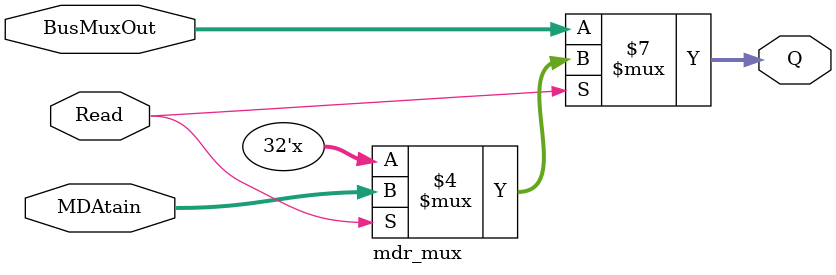
<source format=v>

module mdr_mux (
	input wire [31:0] BusMuxOut,
	input wire Read,
	input wire [31:0] MDAtain,
	output reg [31:0] Q
	);
		
	always @ (*)
		begin
			if (Read == 0)
				Q <= BusMuxOut;
			else if (Read == 1)
				Q <= MDAtain;
		end
endmodule 
</source>
